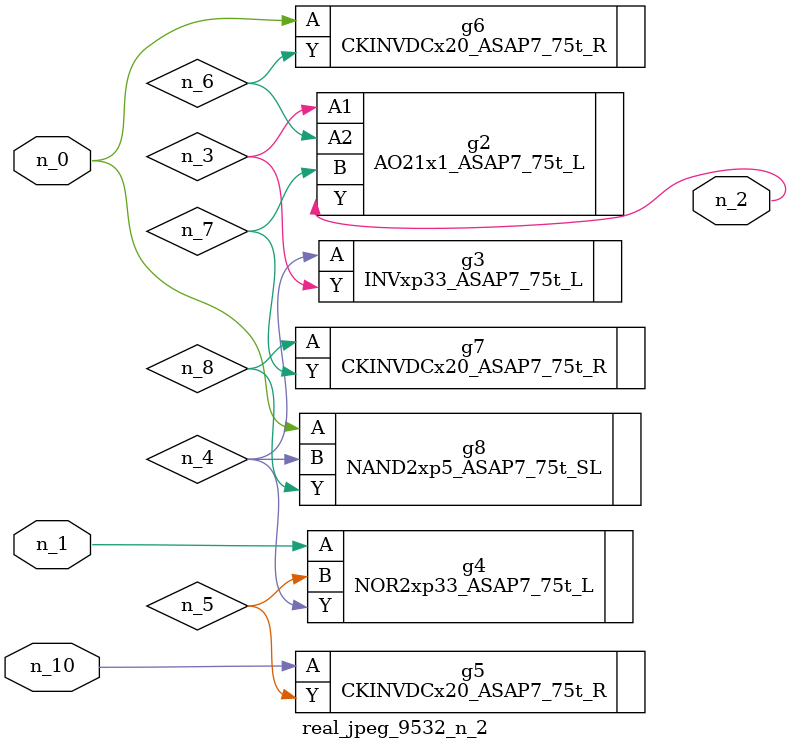
<source format=v>
module real_jpeg_9532_n_2 (n_1, n_10, n_0, n_2);

input n_1;
input n_10;
input n_0;

output n_2;

wire n_5;
wire n_4;
wire n_8;
wire n_6;
wire n_7;
wire n_3;

CKINVDCx20_ASAP7_75t_R g6 ( 
.A(n_0),
.Y(n_6)
);

NAND2xp5_ASAP7_75t_SL g8 ( 
.A(n_0),
.B(n_4),
.Y(n_8)
);

NOR2xp33_ASAP7_75t_L g4 ( 
.A(n_1),
.B(n_5),
.Y(n_4)
);

AO21x1_ASAP7_75t_L g2 ( 
.A1(n_3),
.A2(n_6),
.B(n_7),
.Y(n_2)
);

INVxp33_ASAP7_75t_L g3 ( 
.A(n_4),
.Y(n_3)
);

CKINVDCx20_ASAP7_75t_R g7 ( 
.A(n_8),
.Y(n_7)
);

CKINVDCx20_ASAP7_75t_R g5 ( 
.A(n_10),
.Y(n_5)
);


endmodule
</source>
